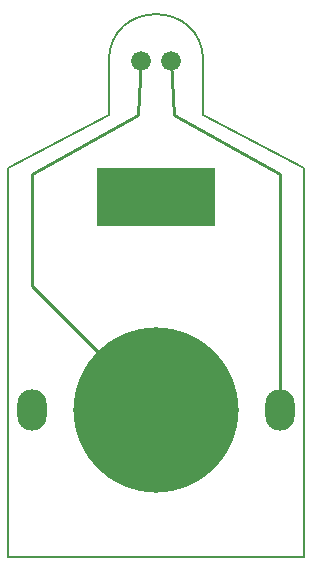
<source format=gbl>
G04 (created by PCBNEW (2013-02-02 BZR 3928)-testing) date Mon 15 Sep 2014 08:44:07 BST*
%MOIN*%
G04 Gerber Fmt 3.4, Leading zero omitted, Abs format*
%FSLAX34Y34*%
G01*
G70*
G90*
G04 APERTURE LIST*
%ADD10C,0.006*%
%ADD11C,0.00590551*%
%ADD12C,0.066*%
%ADD13C,0.551181*%
%ADD14O,0.0984252X0.137795*%
%ADD15R,0.393701X0.19685*%
%ADD16C,0.01*%
G04 APERTURE END LIST*
G54D10*
G54D11*
X25196Y-9251D02*
G75*
G03X22047Y-9251I-1574J0D01*
G74*
G01*
X22047Y-11023D02*
X22047Y-9251D01*
X18700Y-12795D02*
X22047Y-11023D01*
X25196Y-11023D02*
X25196Y-9251D01*
X28543Y-12795D02*
X25196Y-11023D01*
X18700Y-12795D02*
X18700Y-25787D01*
X28543Y-12795D02*
X28543Y-25787D01*
X28543Y-25787D02*
X18700Y-25787D01*
G54D12*
X24122Y-9251D03*
X23122Y-9251D03*
G54D13*
X23622Y-20866D03*
G54D14*
X27755Y-20866D03*
X19488Y-20866D03*
G54D15*
X23622Y-13779D03*
G54D16*
X27755Y-17913D02*
X27755Y-12992D01*
X27755Y-20866D02*
X27755Y-17913D01*
X24212Y-11023D02*
X24122Y-9251D01*
X27755Y-12992D02*
X24212Y-11023D01*
X23122Y-9251D02*
X23031Y-11023D01*
X20472Y-17716D02*
X23622Y-20866D01*
X19488Y-16732D02*
X20472Y-17716D01*
X19488Y-12992D02*
X19488Y-16732D01*
X23031Y-11023D02*
X19488Y-12992D01*
M02*

</source>
